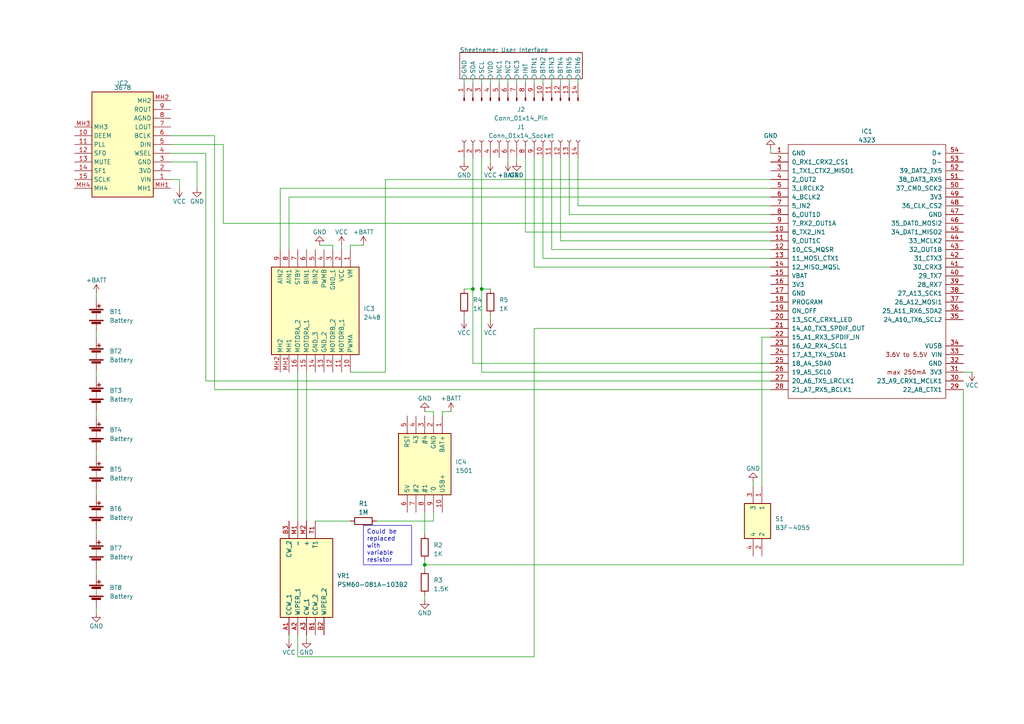
<source format=kicad_sch>
(kicad_sch (version 20230121) (generator eeschema)
  (paper "A4")
  (title_block (title "HapSynth") (date "2023-03-27") (rev "1.0") (comment 3 "Licence: MIT") (comment 4 "Author: Ville Helppolainen"))
  (lib_symbols
    (symbol "Connector:Conn_01x14_Pin" (pin_names (offset 1.016) hide)
      (property "Reference" "J" (at 0 17.78 0))
      (property "Value" "Conn_01x14_Pin" (at 0 -20.32 0))
      (symbol "Conn_01x14_Pin_1_1"
        (polyline (pts (xy 1.27 -17.78) (xy 0.8636 -17.78)) (stroke (width 0.1524)))
        (polyline (pts (xy 1.27 -15.24) (xy 0.8636 -15.24)) (stroke (width 0.1524)))
        (polyline (pts (xy 1.27 -12.7) (xy 0.8636 -12.7)) (stroke (width 0.1524)))
        (polyline (pts (xy 1.27 -10.16) (xy 0.8636 -10.16)) (stroke (width 0.1524)))
        (polyline (pts (xy 1.27 -7.62) (xy 0.8636 -7.62)) (stroke (width 0.1524)))
        (polyline (pts (xy 1.27 -5.08) (xy 0.8636 -5.08)) (stroke (width 0.1524)))
        (polyline (pts (xy 1.27 -2.54) (xy 0.8636 -2.54)) (stroke (width 0.1524)))
        (polyline (pts (xy 1.27 0) (xy 0.8636 0)) (stroke (width 0.1524)))
        (polyline (pts (xy 1.27 2.54) (xy 0.8636 2.54)) (stroke (width 0.1524)))
        (polyline (pts (xy 1.27 5.08) (xy 0.8636 5.08)) (stroke (width 0.1524)))
        (polyline (pts (xy 1.27 7.62) (xy 0.8636 7.62)) (stroke (width 0.1524)))
        (polyline (pts (xy 1.27 10.16) (xy 0.8636 10.16)) (stroke (width 0.1524)))
        (polyline (pts (xy 1.27 12.7) (xy 0.8636 12.7)) (stroke (width 0.1524)))
        (polyline (pts (xy 1.27 15.24) (xy 0.8636 15.24)) (stroke (width 0.1524)))
        (rectangle (start 0.8636 -17.653) (end 0 -17.907) (stroke (width 0.1524)) (fill (type outline)))
        (rectangle (start 0.8636 -15.113) (end 0 -15.367) (stroke (width 0.1524)) (fill (type outline)))
        (rectangle (start 0.8636 -12.573) (end 0 -12.827) (stroke (width 0.1524)) (fill (type outline)))
        (rectangle (start 0.8636 -10.033) (end 0 -10.287) (stroke (width 0.1524)) (fill (type outline)))
        (rectangle (start 0.8636 -7.493) (end 0 -7.747) (stroke (width 0.1524)) (fill (type outline)))
        (rectangle (start 0.8636 -4.953) (end 0 -5.207) (stroke (width 0.1524)) (fill (type outline)))
        (rectangle (start 0.8636 -2.413) (end 0 -2.667) (stroke (width 0.1524)) (fill (type outline)))
        (rectangle (start 0.8636 0.127) (end 0 -0.127) (stroke (width 0.1524)) (fill (type outline)))
        (rectangle (start 0.8636 2.667) (end 0 2.413) (stroke (width 0.1524)) (fill (type outline)))
        (rectangle (start 0.8636 5.207) (end 0 4.953) (stroke (width 0.1524)) (fill (type outline)))
        (rectangle (start 0.8636 7.747) (end 0 7.493) (stroke (width 0.1524)) (fill (type outline)))
        (rectangle (start 0.8636 10.287) (end 0 10.033) (stroke (width 0.1524)) (fill (type outline)))
        (rectangle (start 0.8636 12.827) (end 0 12.573) (stroke (width 0.1524)) (fill (type outline)))
        (rectangle (start 0.8636 15.367) (end 0 15.113) (stroke (width 0.1524)) (fill (type outline)))
        (pin passive line (at 5.08 15.24 180) (length 3.81) (name "Pin_1") (number "1"))
        (pin passive line (at 5.08 -7.62 180) (length 3.81) (name "Pin_10") (number "10"))
        (pin passive line (at 5.08 -10.16 180) (length 3.81) (name "Pin_11") (number "11"))
        (pin passive line (at 5.08 -12.7 180) (length 3.81) (name "Pin_12") (number "12"))
        (pin passive line (at 5.08 -15.24 180) (length 3.81) (name "Pin_13") (number "13"))
        (pin passive line (at 5.08 -17.78 180) (length 3.81) (name "Pin_14") (number "14"))
        (pin passive line (at 5.08 12.7 180) (length 3.81) (name "Pin_2") (number "2"))
        (pin passive line (at 5.08 10.16 180) (length 3.81) (name "Pin_3") (number "3"))
        (pin passive line (at 5.08 7.62 180) (length 3.81) (name "Pin_4") (number "4"))
        (pin passive line (at 5.08 5.08 180) (length 3.81) (name "Pin_5") (number "5"))
        (pin passive line (at 5.08 2.54 180) (length 3.81) (name "Pin_6") (number "6"))
        (pin passive line (at 5.08 0 180) (length 3.81) (name "Pin_7") (number "7"))
        (pin passive line (at 5.08 -2.54 180) (length 3.81) (name "Pin_8") (number "8"))
        (pin passive line (at 5.08 -5.08 180) (length 3.81) (name "Pin_9") (number "9"))
      )
    )
    (symbol "Connector:Conn_01x14_Socket" (pin_names (offset 1.016) hide)
      (property "Reference" "J" (at 0 17.78 0))
      (property "Value" "Conn_01x14_Socket" (at 0 -20.32 0))
      (symbol "Conn_01x14_Socket_1_1"
        (arc (start 0 -17.272) (mid -0.5058 -17.78) (end 0 -18.288) (stroke (width 0.1524)))
        (arc (start 0 -14.732) (mid -0.5058 -15.24) (end 0 -15.748) (stroke (width 0.1524)))
        (arc (start 0 -12.192) (mid -0.5058 -12.7) (end 0 -13.208) (stroke (width 0.1524)))
        (arc (start 0 -9.652) (mid -0.5058 -10.16) (end 0 -10.668) (stroke (width 0.1524)))
        (arc (start 0 -7.112) (mid -0.5058 -7.62) (end 0 -8.128) (stroke (width 0.1524)))
        (arc (start 0 -4.572) (mid -0.5058 -5.08) (end 0 -5.588) (stroke (width 0.1524)))
        (arc (start 0 -2.032) (mid -0.5058 -2.54) (end 0 -3.048) (stroke (width 0.1524)))
        (polyline (pts (xy -1.27 -17.78) (xy -0.508 -17.78)) (stroke (width 0.1524)))
        (polyline (pts (xy -1.27 -15.24) (xy -0.508 -15.24)) (stroke (width 0.1524)))
        (polyline (pts (xy -1.27 -12.7) (xy -0.508 -12.7)) (stroke (width 0.1524)))
        (polyline (pts (xy -1.27 -10.16) (xy -0.508 -10.16)) (stroke (width 0.1524)))
        (polyline (pts (xy -1.27 -7.62) (xy -0.508 -7.62)) (stroke (width 0.1524)))
        (polyline (pts (xy -1.27 -5.08) (xy -0.508 -5.08)) (stroke (width 0.1524)))
        (polyline (pts (xy -1.27 -2.54) (xy -0.508 -2.54)) (stroke (width 0.1524)))
        (polyline (pts (xy -1.27 0) (xy -0.508 0)) (stroke (width 0.1524)))
        (polyline (pts (xy -1.27 2.54) (xy -0.508 2.54)) (stroke (width 0.1524)))
        (polyline (pts (xy -1.27 5.08) (xy -0.508 5.08)) (stroke (width 0.1524)))
        (polyline (pts (xy -1.27 7.62) (xy -0.508 7.62)) (stroke (width 0.1524)))
        (polyline (pts (xy -1.27 10.16) (xy -0.508 10.16)) (stroke (width 0.1524)))
        (polyline (pts (xy -1.27 12.7) (xy -0.508 12.7)) (stroke (width 0.1524)))
        (polyline (pts (xy -1.27 15.24) (xy -0.508 15.24)) (stroke (width 0.1524)))
        (arc (start 0 0.508) (mid -0.5058 0) (end 0 -0.508) (stroke (width 0.1524)))
        (arc (start 0 3.048) (mid -0.5058 2.54) (end 0 2.032) (stroke (width 0.1524)))
        (arc (start 0 5.588) (mid -0.5058 5.08) (end 0 4.572) (stroke (width 0.1524)))
        (arc (start 0 8.128) (mid -0.5058 7.62) (end 0 7.112) (stroke (width 0.1524)))
        (arc (start 0 10.668) (mid -0.5058 10.16) (end 0 9.652) (stroke (width 0.1524)))
        (arc (start 0 13.208) (mid -0.5058 12.7) (end 0 12.192) (stroke (width 0.1524)))
        (arc (start 0 15.748) (mid -0.5058 15.24) (end 0 14.732) (stroke (width 0.1524)))
        (pin passive line (at -5.08 15.24 0) (length 3.81) (name "Pin_1") (number "1"))
        (pin passive line (at -5.08 -7.62 0) (length 3.81) (name "Pin_10") (number "10"))
        (pin passive line (at -5.08 -10.16 0) (length 3.81) (name "Pin_11") (number "11"))
        (pin passive line (at -5.08 -12.7 0) (length 3.81) (name "Pin_12") (number "12"))
        (pin passive line (at -5.08 -15.24 0) (length 3.81) (name "Pin_13") (number "13"))
        (pin passive line (at -5.08 -17.78 0) (length 3.81) (name "Pin_14") (number "14"))
        (pin passive line (at -5.08 12.7 0) (length 3.81) (name "Pin_2") (number "2"))
        (pin passive line (at -5.08 10.16 0) (length 3.81) (name "Pin_3") (number "3"))
        (pin passive line (at -5.08 7.62 0) (length 3.81) (name "Pin_4") (number "4"))
        (pin passive line (at -5.08 5.08 0) (length 3.81) (name "Pin_5") (number "5"))
        (pin passive line (at -5.08 2.54 0) (length 3.81) (name "Pin_6") (number "6"))
        (pin passive line (at -5.08 0 0) (length 3.81) (name "Pin_7") (number "7"))
        (pin passive line (at -5.08 -2.54 0) (length 3.81) (name "Pin_8") (number "8"))
        (pin passive line (at -5.08 -5.08 0) (length 3.81) (name "Pin_9") (number "9"))
      )
    )
    (symbol "Device:Battery" (pin_numbers hide) (pin_names (offset 0) hide)
      (property "Reference" "BT" (at 2.54 2.54 0))
      (property "Value" "Battery" (at 2.54 0 0))
      (symbol "Battery_0_1"
        (rectangle (start -2.032 -1.397) (end 2.032 -1.651) (fill (type outline)))
        (rectangle (start -2.032 1.778) (end 2.032 1.524) (fill (type outline)))
        (rectangle (start -1.3208 -1.9812) (end 1.27 -2.4892) (fill (type outline)))
        (rectangle (start -1.3208 1.1938) (end 1.27 0.6858) (fill (type outline)))
        (polyline (pts (xy 0 -1.524) (xy 0 -1.27)))
        (polyline (pts (xy 0 -1.016) (xy 0 -0.762)))
        (polyline (pts (xy 0 -0.508) (xy 0 -0.254)))
        (polyline (pts (xy 0 0) (xy 0 0.254)))
        (polyline (pts (xy 0 0.508) (xy 0 0.762)))
        (polyline (pts (xy 0 1.778) (xy 0 2.54)))
        (polyline (pts (xy 0.254 2.667) (xy 1.27 2.667)) (stroke (width 0.254)))
        (polyline (pts (xy 0.762 3.175) (xy 0.762 2.159)) (stroke (width 0.254)))
      )
      (symbol "Battery_1_1"
        (pin passive line (at 0 5.08 270) (length 2.54) (name "+") (number "1"))
        (pin passive line (at 0 -5.08 90) (length 2.54) (name "-") (number "2"))
      )
    )
    (symbol "Device:R" (pin_numbers hide) (pin_names (offset 0))
      (property "Reference" "R" (at 2.032 0 90))
      (property "Value" "R" (at 0 0 90))
      (symbol "R_0_1"
        (rectangle (start -1.016 -2.54) (end 1.016 2.54) (stroke (width 0.254)))
      )
      (symbol "R_1_1"
        (pin passive line (at 0 3.81 270) (length 1.27) (name "~") (number "1"))
        (pin passive line (at 0 -3.81 90) (length 1.27) (name "~") (number "2"))
      )
    )
    (symbol "SamacSys_Parts:1501"
      (property "Reference" "IC" (at 24.13 7.62 0))
      (property "Value" "1501" (at 24.13 5.08 0))
      (symbol "1501_1_1"
        (rectangle (start 5.08 2.54) (end 22.86 -12.7) (stroke (width 0.254)) (fill (type background)))
        (pin passive line (at 0 0 0) (length 5.08) (name "BAT+") (number "1"))
        (pin passive line (at 27.94 0 180) (length 5.08) (name "USB+") (number "10"))
        (pin passive line (at 0 -2.54 0) (length 5.08) (name "GND") (number "2"))
        (pin passive line (at 0 -5.08 0) (length 5.08) (name "#4") (number "3"))
        (pin passive line (at 0 -7.62 0) (length 5.08) (name "43") (number "4"))
        (pin passive line (at 0 -10.16 0) (length 5.08) (name "RST") (number "5"))
        (pin passive line (at 27.94 -10.16 180) (length 5.08) (name "5V") (number "6"))
        (pin passive line (at 27.94 -7.62 180) (length 5.08) (name "#2") (number "7"))
        (pin passive line (at 27.94 -5.08 180) (length 5.08) (name "#1") (number "8"))
        (pin passive line (at 27.94 -2.54 180) (length 5.08) (name "'0") (number "9"))
      )
    )
    (symbol "SamacSys_Parts:2448"
      (property "Reference" "IC" (at 31.75 7.62 0))
      (property "Value" "2448" (at 31.75 5.08 0))
      (symbol "2448_1_1"
        (rectangle (start 5.08 2.54) (end 30.48 -22.86) (stroke (width 0.254)) (fill (type background)))
        (pin passive line (at 0 0 0) (length 5.08) (name "VM") (number "1"))
        (pin passive line (at 35.56 0 180) (length 5.08) (name "PWMA") (number "10"))
        (pin passive line (at 35.56 -2.54 180) (length 5.08) (name "MOTORB_1") (number "11"))
        (pin passive line (at 35.56 -5.08 180) (length 5.08) (name "MOTORB_2") (number "12"))
        (pin passive line (at 35.56 -7.62 180) (length 5.08) (name "GND_2") (number "13"))
        (pin passive line (at 35.56 -10.16 180) (length 5.08) (name "GND_3") (number "14"))
        (pin passive line (at 35.56 -12.7 180) (length 5.08) (name "MOTORA_1") (number "15"))
        (pin passive line (at 35.56 -15.24 180) (length 5.08) (name "MOTORA_2") (number "16"))
        (pin passive line (at 0 -2.54 0) (length 5.08) (name "VCC") (number "2"))
        (pin passive line (at 0 -5.08 0) (length 5.08) (name "GND_1") (number "3"))
        (pin passive line (at 0 -7.62 0) (length 5.08) (name "PWMB") (number "4"))
        (pin passive line (at 0 -10.16 0) (length 5.08) (name "BIN2") (number "5"))
        (pin passive line (at 0 -12.7 0) (length 5.08) (name "BIN1") (number "6"))
        (pin passive line (at 0 -15.24 0) (length 5.08) (name "STBY") (number "7"))
        (pin passive line (at 0 -17.78 0) (length 5.08) (name "AIN1") (number "8"))
        (pin passive line (at 0 -20.32 0) (length 5.08) (name "AIN2") (number "9"))
        (pin passive line (at 35.56 -17.78 180) (length 5.08) (name "MH1") (number "MH1"))
        (pin passive line (at 35.56 -20.32 180) (length 5.08) (name "MH2") (number "MH2"))
      )
    )
    (symbol "SamacSys_Parts:3678"
      (property "Reference" "IC" (at 24.13 7.62 0))
      (property "Value" "3678" (at 24.13 5.08 0))
      (symbol "3678_1_1"
        (rectangle (start 5.08 2.54) (end 22.86 -27.94) (stroke (width 0.254)) (fill (type background)))
        (pin passive line (at 0 -2.54 0) (length 5.08) (name "VIN") (number "1"))
        (pin passive line (at 27.94 -15.24 180) (length 5.08) (name "DEEM") (number "10"))
        (pin passive line (at 27.94 -12.7 180) (length 5.08) (name "PLL") (number "11"))
        (pin passive line (at 27.94 -10.16 180) (length 5.08) (name "SF0") (number "12"))
        (pin passive line (at 27.94 -7.62 180) (length 5.08) (name "MUTE") (number "13"))
        (pin passive line (at 27.94 -5.08 180) (length 5.08) (name "SF1") (number "14"))
        (pin passive line (at 27.94 -2.54 180) (length 5.08) (name "SCLK") (number "15"))
        (pin passive line (at 0 -5.08 0) (length 5.08) (name "3VD") (number "2"))
        (pin passive line (at 0 -7.62 0) (length 5.08) (name "GND") (number "3"))
        (pin passive line (at 0 -10.16 0) (length 5.08) (name "WSEL") (number "4"))
        (pin passive line (at 0 -12.7 0) (length 5.08) (name "DIN") (number "5"))
        (pin passive line (at 0 -15.24 0) (length 5.08) (name "BCLK") (number "6"))
        (pin passive line (at 0 -17.78 0) (length 5.08) (name "LOUT") (number "7"))
        (pin passive line (at 0 -20.32 0) (length 5.08) (name "AGND") (number "8"))
        (pin passive line (at 0 -22.86 0) (length 5.08) (name "ROUT") (number "9"))
        (pin passive line (at 0 0 0) (length 5.08) (name "MH1") (number "MH1"))
        (pin passive line (at 0 -25.4 0) (length 5.08) (name "MH2") (number "MH2"))
        (pin passive line (at 27.94 -17.78 180) (length 5.08) (name "MH3") (number "MH3"))
        (pin passive line (at 27.94 0 180) (length 5.08) (name "MH4") (number "MH4"))
      )
    )
    (symbol "SamacSys_Parts:B3F-4055"
      (property "Reference" "S" (at 16.51 7.62 0))
      (property "Value" "B3F-4055" (at 16.51 5.08 0))
      (symbol "B3F-4055_1_1"
        (rectangle (start 5.08 2.54) (end 15.24 -5.08) (stroke (width 0.254)) (fill (type background)))
        (pin passive line (at 20.32 -2.54 180) (length 5.08) (name "1") (number "1"))
        (pin passive line (at 0 -2.54 0) (length 5.08) (name "2") (number "2"))
        (pin passive line (at 20.32 0 180) (length 5.08) (name "3") (number "3"))
        (pin passive line (at 0 0 0) (length 5.08) (name "4") (number "4"))
      )
    )
    (symbol "SamacSys_Parts:PSM60-081A-103B2"
      (property "Reference" "VR" (at 29.21 7.62 0))
      (property "Value" "PSM60-081A-103B2" (at 29.21 5.08 0))
      (symbol "PSM60-081A-103B2_1_1"
        (rectangle (start 5.08 2.54) (end 27.94 -12.7) (stroke (width 0.254)) (fill (type background)))
        (pin passive line (at 0 0 0) (length 5.08) (name "CCW_1") (number "A1"))
        (pin passive line (at 0 -2.54 0) (length 5.08) (name "WIPER_1") (number "A2"))
        (pin passive line (at 0 -5.08 0) (length 5.08) (name "CW_1") (number "A3"))
        (pin passive line (at 0 -7.62 0) (length 5.08) (name "CCW_2") (number "B1"))
        (pin passive line (at 0 -10.16 0) (length 5.08) (name "WIPER_2") (number "B2"))
        (pin passive line (at 33.02 0 180) (length 5.08) (name "CW_2") (number "B3"))
        (pin passive line (at 33.02 -2.54 180) (length 5.08) (name "-") (number "M1"))
        (pin passive line (at 33.02 -5.08 180) (length 5.08) (name "+") (number "M2"))
        (pin passive line (at 33.02 -7.62 180) (length 5.08) (name "T1") (number "T1"))
      )
    )
    (symbol "power:+BATT" (power) (pin_names (offset 0))
      (property "Value" "+BATT" (at 0 3.556 0))
      (symbol "+BATT_0_1"
        (polyline (pts (xy -0.762 1.27) (xy 0 2.54)))
        (polyline (pts (xy 0 0) (xy 0 2.54)))
        (polyline (pts (xy 0 2.54) (xy 0.762 1.27)))
      )
      (symbol "+BATT_1_1"
        (pin power_in line (at 0 0 90) (length 0) hide (name "+BATT") (number "1"))
      )
    )
    (symbol "power:GND" (power) (pin_names (offset 0))
      (property "Value" "GND" (at 0 -3.81 0))
      (symbol "GND_0_1"
        (polyline (pts (xy 0 0) (xy 0 -1.27) (xy 1.27 -1.27) (xy 0 -2.54) (xy -1.27 -1.27) (xy 0 -1.27)))
      )
      (symbol "GND_1_1"
        (pin power_in line (at 0 0 270) (length 0) hide (name "GND") (number "1"))
      )
    )
    (symbol "power:VCC" (power) (pin_names (offset 0))
      (property "Value" "VCC" (at 0 3.81 0))
      (symbol "VCC_0_1"
        (polyline (pts (xy -0.762 1.27) (xy 0 2.54)))
        (polyline (pts (xy 0 0) (xy 0 2.54)))
        (polyline (pts (xy 0 2.54) (xy 0.762 1.27)))
      )
      (symbol "VCC_1_1"
        (pin power_in line (at 0 0 90) (length 0) hide (name "VCC") (number "1"))
      )
    )
    (symbol "teensy:Teensy4.0" (pin_names (offset 1.016))
      (property "Reference" "U" (at 0 39.37 0))
      (property "Value" "Teensy4.0" (at 0 -39.37 0))
      (symbol "Teensy4.0_0_0"
        (text "3.6V to 5.5V" (at 11.43 -24.13 0) (effects (font (size 1.27 1.27))))
        (text "max 250mA" (at 11.43 -29.21 0) (effects (font (size 1.27 1.27))))
        (pin bidirectional line (at -27.94 11.43 0) (length 5.08) (name "8_TX2_IN1") (number "10"))
        (pin bidirectional line (at -27.94 8.89 0) (length 5.08) (name "9_OUT1C") (number "11"))
        (pin bidirectional line (at -27.94 6.35 0) (length 5.08) (name "10_CS_MQSR") (number "12"))
        (pin bidirectional line (at -27.94 3.81 0) (length 5.08) (name "11_MOSI_CTX1") (number "13"))
        (pin bidirectional line (at -27.94 1.27 0) (length 5.08) (name "12_MISO_MQSL") (number "14"))
        (pin power_in line (at -27.94 -1.27 0) (length 5.08) (name "VBAT") (number "15"))
        (pin power_in line (at -27.94 -3.81 0) (length 5.08) (name "3V3") (number "16"))
        (pin power_in line (at -27.94 -6.35 0) (length 5.08) (name "GND") (number "17"))
        (pin input line (at -27.94 -8.89 0) (length 5.08) (name "PROGRAM") (number "18"))
        (pin input line (at -27.94 -11.43 0) (length 5.08) (name "ON_OFF") (number "19"))
        (pin bidirectional line (at -27.94 -13.97 0) (length 5.08) (name "13_SCK_CRX1_LED") (number "20"))
        (pin bidirectional line (at -27.94 -16.51 0) (length 5.08) (name "14_A0_TX3_SPDIF_OUT") (number "21"))
        (pin bidirectional line (at -27.94 -19.05 0) (length 5.08) (name "15_A1_RX3_SPDIF_IN") (number "22"))
        (pin bidirectional line (at -27.94 -21.59 0) (length 5.08) (name "16_A2_RX4_SCL1") (number "23"))
        (pin bidirectional line (at -27.94 -24.13 0) (length 5.08) (name "17_A3_TX4_SDA1") (number "24"))
        (pin bidirectional line (at -27.94 -26.67 0) (length 5.08) (name "18_A4_SDA0") (number "25"))
        (pin bidirectional line (at -27.94 -29.21 0) (length 5.08) (name "19_A5_SCL0") (number "26"))
        (pin bidirectional line (at -27.94 -31.75 0) (length 5.08) (name "20_A6_TX5_LRCLK1") (number "27"))
        (pin bidirectional line (at -27.94 -34.29 0) (length 5.08) (name "21_A7_RX5_BCLK1") (number "28"))
        (pin bidirectional line (at 27.94 -34.29 180) (length 5.08) (name "22_A8_CTX1") (number "29"))
        (pin bidirectional line (at 27.94 -31.75 180) (length 5.08) (name "23_A9_CRX1_MCLK1") (number "30"))
        (pin power_out line (at 27.94 -29.21 180) (length 5.08) (name "3V3") (number "31"))
        (pin power_in line (at 27.94 -26.67 180) (length 5.08) (name "GND") (number "32"))
        (pin power_in line (at 27.94 -24.13 180) (length 5.08) (name "VIN") (number "33"))
        (pin power_out line (at 27.94 -21.59 180) (length 5.08) (name "VUSB") (number "34"))
        (pin bidirectional line (at 27.94 -13.97 180) (length 5.08) (name "24_A10_TX6_SCL2") (number "35"))
        (pin bidirectional line (at 27.94 -11.43 180) (length 5.08) (name "25_A11_RX6_SDA2") (number "36"))
        (pin bidirectional line (at 27.94 -8.89 180) (length 5.08) (name "26_A12_MOSI1") (number "37"))
        (pin bidirectional line (at 27.94 -6.35 180) (length 5.08) (name "27_A13_SCK1") (number "38"))
        (pin bidirectional line (at 27.94 -3.81 180) (length 5.08) (name "28_RX7") (number "39"))
        (pin bidirectional line (at 27.94 -1.27 180) (length 5.08) (name "29_TX7") (number "40"))
        (pin bidirectional line (at 27.94 1.27 180) (length 5.08) (name "30_CRX3") (number "41"))
        (pin bidirectional line (at 27.94 3.81 180) (length 5.08) (name "31_CTX3") (number "42"))
        (pin bidirectional line (at 27.94 6.35 180) (length 5.08) (name "32_OUT1B") (number "43"))
        (pin bidirectional line (at 27.94 8.89 180) (length 5.08) (name "33_MCLK2") (number "44"))
        (pin bidirectional line (at 27.94 11.43 180) (length 5.08) (name "34_DAT1_MISO2") (number "45"))
        (pin bidirectional line (at 27.94 13.97 180) (length 5.08) (name "35_DAT0_MOSI2") (number "46"))
        (pin power_out line (at 27.94 16.51 180) (length 5.08) (name "GND") (number "47"))
        (pin bidirectional line (at 27.94 19.05 180) (length 5.08) (name "36_CLK_CS2") (number "48"))
        (pin power_out line (at 27.94 21.59 180) (length 5.08) (name "3V3") (number "49"))
        (pin bidirectional line (at -27.94 24.13 0) (length 5.08) (name "3_LRCLK2") (number "5"))
        (pin bidirectional line (at 27.94 24.13 180) (length 5.08) (name "37_CMD_SCK2") (number "50"))
        (pin bidirectional line (at 27.94 26.67 180) (length 5.08) (name "38_DAT3_RX5") (number "51"))
        (pin bidirectional line (at 27.94 29.21 180) (length 5.08) (name "39_DAT2_TX5") (number "52"))
        (pin bidirectional line (at 27.94 31.75 180) (length 5.08) (name "D-") (number "53"))
        (pin bidirectional line (at 27.94 34.29 180) (length 5.08) (name "D+") (number "54"))
        (pin bidirectional line (at -27.94 21.59 0) (length 5.08) (name "4_BCLK2") (number "6"))
        (pin bidirectional line (at -27.94 19.05 0) (length 5.08) (name "5_IN2") (number "7"))
        (pin bidirectional line (at -27.94 16.51 0) (length 5.08) (name "6_OUT1D") (number "8"))
        (pin bidirectional line (at -27.94 13.97 0) (length 5.08) (name "7_RX2_OUT1A") (number "9"))
      )
      (symbol "Teensy4.0_0_1"
        (rectangle (start -22.86 36.83) (end 22.86 -36.83))
        (rectangle (start -20.32 -31.75) (end -20.32 -31.75))
      )
      (symbol "Teensy4.0_1_1"
        (pin power_in line (at -27.94 34.29 0) (length 5.08) (name "GND") (number "1"))
        (pin bidirectional line (at -27.94 31.75 0) (length 5.08) (name "0_RX1_CRX2_CS1") (number "2"))
        (pin bidirectional line (at -27.94 29.21 0) (length 5.08) (name "1_TX1_CTX2_MISO1") (number "3"))
        (pin bidirectional line (at -27.94 26.67 0) (length 5.08) (name "2_OUT2") (number "4"))
      )
    )
  )
  (junction (at 137.16 83.82))
  (junction (at 139.7 83.82))
  (junction (at 123.19 163.83))
  (wire (pts (xy 154.94 22.86) (xy 154.94 24.13)))
  (wire (pts (xy 152.4 22.86) (xy 152.4 24.13)))
  (wire (pts (xy 223.52 107.95) (xy 139.7 107.95)))
  (wire (pts (xy 83.82 57.15) (xy 83.82 72.39)))
  (wire (pts (xy 81.28 54.61) (xy 223.52 54.61)))
  (wire (pts (xy 223.52 105.41) (xy 137.16 105.41)))
  (wire (pts (xy 64.77 41.91) (xy 64.77 64.77)))
  (wire (pts (xy 49.53 41.91) (xy 64.77 41.91)))
  (wire (pts (xy 88.9 107.95) (xy 88.9 151.13)))
  (wire (pts (xy 52.07 54.61) (xy 52.07 52.07)))
  (wire (pts (xy 152.4 45.72) (xy 152.4 67.31)))
  (wire (pts (xy 154.94 77.47) (xy 154.94 45.72)))
  (wire (pts (xy 142.24 91.44) (xy 142.24 92.71)))
  (wire (pts (xy 27.94 165.1) (xy 27.94 166.37)))
  (wire (pts (xy 162.56 22.86) (xy 162.56 24.13)))
  (wire (pts (xy 157.48 74.93) (xy 157.48 45.72)))
  (wire (pts (xy 160.02 72.39) (xy 160.02 45.72)))
  (wire (pts (xy 101.6 71.12) (xy 101.6 72.39)))
  (wire (pts (xy 109.22 151.13) (xy 125.73 151.13)))
  (wire (pts (xy 111.76 107.95) (xy 101.6 107.95)))
  (wire (pts (xy 27.94 130.81) (xy 27.94 132.08)))
  (wire (pts (xy 147.32 22.86) (xy 147.32 24.13)))
  (wire (pts (xy 137.16 45.72) (xy 137.16 83.82)))
  (wire (pts (xy 59.69 110.49) (xy 223.52 110.49)))
  (wire (pts (xy 223.52 62.23) (xy 165.1 62.23)))
  (wire (pts (xy 57.15 54.61) (xy 57.15 46.99)))
  (wire (pts (xy 223.52 74.93) (xy 157.48 74.93)))
  (wire (pts (xy 27.94 153.67) (xy 27.94 154.94)))
  (wire (pts (xy 83.82 57.15) (xy 223.52 57.15)))
  (wire (pts (xy 157.48 22.86) (xy 157.48 24.13)))
  (wire (pts (xy 111.76 52.07) (xy 111.76 107.95)))
  (wire (pts (xy 279.4 107.95) (xy 281.94 107.95)))
  (wire (pts (xy 27.94 119.38) (xy 27.94 120.65)))
  (wire (pts (xy 218.44 139.7) (xy 218.44 140.97)))
  (wire (pts (xy 142.24 22.86) (xy 142.24 24.13)))
  (wire (pts (xy 123.19 172.72) (xy 123.19 173.99)))
  (wire (pts (xy 223.52 69.85) (xy 162.56 69.85)))
  (wire (pts (xy 83.82 184.15) (xy 83.82 185.42)))
  (wire (pts (xy 101.6 71.12) (xy 105.41 71.12)))
  (wire (pts (xy 220.98 97.79) (xy 220.98 140.97)))
  (wire (pts (xy 139.7 45.72) (xy 139.7 83.82)))
  (wire (pts (xy 149.86 22.86) (xy 149.86 24.13)))
  (wire (pts (xy 49.53 39.37) (xy 62.23 39.37)))
  (wire (pts (xy 27.94 85.09) (xy 27.94 86.36)))
  (wire (pts (xy 142.24 45.72) (xy 142.24 46.99)))
  (wire (pts (xy 149.86 45.72) (xy 149.86 46.99)))
  (wire (pts (xy 81.28 54.61) (xy 81.28 72.39)))
  (wire (pts (xy 59.69 44.45) (xy 59.69 110.49)))
  (wire (pts (xy 223.52 59.69) (xy 167.64 59.69)))
  (wire (pts (xy 165.1 22.86) (xy 165.1 24.13)))
  (wire (pts (xy 27.94 96.52) (xy 27.94 97.79)))
  (wire (pts (xy 167.64 59.69) (xy 167.64 45.72)))
  (wire (pts (xy 52.07 52.07) (xy 49.53 52.07)))
  (wire (pts (xy 27.94 142.24) (xy 27.94 143.51)))
  (wire (pts (xy 147.32 45.72) (xy 147.32 46.99)))
  (wire (pts (xy 165.1 62.23) (xy 165.1 45.72)))
  (wire (pts (xy 128.27 119.38) (xy 130.81 119.38)))
  (wire (pts (xy 62.23 113.03) (xy 223.52 113.03)))
  (wire (pts (xy 279.4 113.03) (xy 279.4 163.83)))
  (wire (pts (xy 49.53 44.45) (xy 59.69 44.45)))
  (wire (pts (xy 223.52 67.31) (xy 152.4 67.31)))
  (wire (pts (xy 154.94 95.25) (xy 223.52 95.25)))
  (wire (pts (xy 154.94 190.5) (xy 154.94 95.25)))
  (wire (pts (xy 86.36 190.5) (xy 154.94 190.5)))
  (wire (pts (xy 134.62 91.44) (xy 134.62 92.71)))
  (wire (pts (xy 134.62 83.82) (xy 137.16 83.82)))
  (wire (pts (xy 27.94 176.53) (xy 27.94 177.8)))
  (wire (pts (xy 123.19 163.83) (xy 279.4 163.83)))
  (wire (pts (xy 27.94 107.95) (xy 27.94 109.22)))
  (wire (pts (xy 86.36 184.15) (xy 86.36 190.5)))
  (wire (pts (xy 223.52 72.39) (xy 160.02 72.39)))
  (wire (pts (xy 128.27 119.38) (xy 128.27 120.65)))
  (wire (pts (xy 96.52 71.12) (xy 96.52 72.39)))
  (wire (pts (xy 162.56 69.85) (xy 162.56 45.72)))
  (wire (pts (xy 125.73 119.38) (xy 123.19 119.38)))
  (wire (pts (xy 64.77 64.77) (xy 223.52 64.77)))
  (wire (pts (xy 88.9 184.15) (xy 88.9 185.42)))
  (wire (pts (xy 123.19 162.56) (xy 123.19 163.83)))
  (wire (pts (xy 123.19 148.59) (xy 123.19 154.94)))
  (wire (pts (xy 139.7 22.86) (xy 139.7 24.13)))
  (wire (pts (xy 91.44 151.13) (xy 101.6 151.13)))
  (wire (pts (xy 223.52 97.79) (xy 220.98 97.79)))
  (wire (pts (xy 125.73 119.38) (xy 125.73 120.65)))
  (wire (pts (xy 167.64 22.86) (xy 167.64 24.13)))
  (wire (pts (xy 99.06 72.39) (xy 99.06 71.12)))
  (wire (pts (xy 139.7 83.82) (xy 142.24 83.82)))
  (wire (pts (xy 137.16 83.82) (xy 137.16 105.41)))
  (wire (pts (xy 139.7 83.82) (xy 139.7 107.95)))
  (wire (pts (xy 137.16 22.86) (xy 137.16 24.13)))
  (wire (pts (xy 62.23 39.37) (xy 62.23 113.03)))
  (wire (pts (xy 86.36 107.95) (xy 86.36 151.13)))
  (wire (pts (xy 223.52 52.07) (xy 111.76 52.07)))
  (wire (pts (xy 160.02 22.86) (xy 160.02 24.13)))
  (wire (pts (xy 134.62 45.72) (xy 134.62 46.99)))
  (wire (pts (xy 57.15 46.99) (xy 49.53 46.99)))
  (wire (pts (xy 96.52 71.12) (xy 92.71 71.12)))
  (wire (pts (xy 125.73 151.13) (xy 125.73 148.59)))
  (wire (pts (xy 223.52 43.18) (xy 223.52 44.45)))
  (wire (pts (xy 123.19 163.83) (xy 123.19 165.1)))
  (wire (pts (xy 144.78 22.86) (xy 144.78 24.13)))
  (wire (pts (xy 223.52 77.47) (xy 154.94 77.47)))
  (wire (pts (xy 134.62 22.86) (xy 134.62 24.13)))
  (text_box "Could be replaced with variable resistor" (at 105.41 152.4 0) (size 13.97 11.43) (effects (font (size 1.27 1.27)) (justify left top)))
  (symbol (lib_id "Device:R") (at 134.62 87.63 180) (unit 1)
    (property "Reference" "R4" (at 137.16 86.995 0) (effects (justify right)))
    (property "Value" "1K" (at 137.16 89.535 0) (effects (justify right)))
    (property "Footprint" "Resistor_THT:R_Axial_DIN0207_L6.3mm_D2.5mm_P10.16mm_Horizontal" (effects hide))
  )
  (symbol (lib_id "Device:Battery") (at 27.94 160.02 0) (unit 1)
    (property "Reference" "BT7" (at 31.75 159.004 0) (effects (justify left)))
    (property "Value" "Battery" (at 31.75 161.544 0) (effects (justify left)))
  )
  (symbol (lib_id "Device:R") (at 142.24 87.63 180) (unit 1)
    (property "Reference" "R5" (at 144.78 86.995 0) (effects (justify right)))
    (property "Value" "1K" (at 144.78 89.535 0) (effects (justify right)))
    (property "Footprint" "Resistor_THT:R_Axial_DIN0207_L6.3mm_D2.5mm_P10.16mm_Horizontal" (effects hide))
  )
  (symbol (lib_id "power:GND") (at 123.19 173.99 0) (unit 1)
    (property "Reference" "#PWR09" (effects hide))
    (property "Value" "GND" (at 123.19 177.8 0))
  )
  (symbol (lib_id "power:VCC") (at 83.82 185.42 180) (unit 1)
    (property "Reference" "#PWR05" (effects hide))
    (property "Value" "VCC" (at 83.82 189.23 0))
  )
  (symbol (lib_id "Device:Battery") (at 27.94 102.87 0) (unit 1)
    (property "Reference" "BT2" (at 31.75 101.854 0) (effects (justify left)))
    (property "Value" "Battery" (at 31.75 104.394 0) (effects (justify left)))
  )
  (symbol (lib_id "SamacSys_Parts:2448") (at 101.6 72.39 270) (unit 1)
    (property "Reference" "IC3" (at 105.41 89.535 90) (effects (justify left)))
    (property "Value" "2448" (at 105.41 92.075 90) (effects (justify left)))
    (property "Footprint" "SamacSys_Parts:2448" (effects hide))
    (property "Datasheet" "https://learn.adafruit.com/downloads/pdf/adafruit-tb6612-h-bridge-dc-stepper-motor-driver-breakout.pdf" (effects hide))
    (property "Height" "3" (effects hide))
    (property "Mouser Part Number" "485-2448" (effects hide))
    (property "Mouser Price/Stock" "https://www.mouser.co.uk/ProductDetail/Adafruit/2448?qs=GURawfaeGuCkWVI5OMiFVg%3D%3D" (effects hide))
    (property "Manufacturer_Name" "Adafruit" (effects hide))
    (property "Manufacturer_Part_Number" "2448" (effects hide))
  )
  (symbol (lib_id "power:GND") (at 223.52 43.18 180) (unit 1)
    (property "Reference" "#PWR011" (effects hide))
    (property "Value" "GND" (at 223.52 39.37 0))
  )
  (symbol (lib_id "power:GND") (at 149.86 46.99 0) (unit 1)
    (property "Reference" "#PWR046" (effects hide))
    (property "Value" "GND" (at 149.86 50.8 0))
  )
  (symbol (lib_id "power:VCC") (at 134.62 92.71 180) (unit 1)
    (property "Reference" "#PWR047" (effects hide))
    (property "Value" "VCC" (at 134.62 96.52 0))
  )
  (symbol (lib_id "power:GND") (at 123.19 119.38 180) (unit 1)
    (property "Reference" "#PWR07" (effects hide))
    (property "Value" "GND" (at 123.19 115.57 0))
  )
  (symbol (lib_id "teensy:Teensy4.0") (at 251.46 78.74 0) (unit 1)
    (property "Reference" "IC1" (at 251.46 38.1 0))
    (property "Value" "4323" (at 251.46 40.64 0))
    (property "Footprint" "teensy:Teensy40-simple" (effects hide))
    (property "Datasheet" "https://cdn-shop.adafruit.com/product-files/4323/4323_teensy4.0.png" (effects hide))
    (property "Mouser Part Number" "485-4323" (effects hide))
    (property "Manufacturer_Name" "Adafruit" (effects hide))
    (property "Manufacturer_Part_Number" "4323" (effects hide))
  )
  (symbol (lib_id "power:GND") (at 57.15 54.61 0) (unit 1)
    (property "Reference" "#PWR01" (effects hide))
    (property "Value" "GND" (at 57.15 58.42 0))
  )
  (symbol (lib_id "power:+BATT") (at 27.94 85.09 0) (unit 1)
    (property "Reference" "#PWR014" (effects hide))
    (property "Value" "+BATT" (at 27.94 81.28 0))
  )
  (symbol (lib_id "SamacSys_Parts:1501") (at 128.27 120.65 270) (unit 1)
    (property "Reference" "IC4" (at 132.08 133.985 90) (effects (justify left)))
    (property "Value" "1501" (at 132.08 136.525 90) (effects (justify left)))
    (property "Footprint" "SamacSys_Parts:1501" (effects hide))
    (property "Datasheet" "https://learn.adafruit.com/introducing-trinket" (effects hide))
    (property "Mouser Part Number" "485-1501" (effects hide))
    (property "Mouser Price/Stock" "https://www.mouser.co.uk/ProductDetail/Adafruit/1501?qs=GURawfaeGuApEwtfdnWm9A%3D%3D" (effects hide))
    (property "Manufacturer_Name" "Adafruit" (effects hide))
    (property "Manufacturer_Part_Number" "1501" (effects hide))
  )
  (symbol (lib_id "power:VCC") (at 52.07 54.61 180) (unit 1)
    (property "Reference" "#PWR03" (effects hide))
    (property "Value" "VCC" (at 52.07 58.42 0))
  )
  (symbol (lib_id "power:GND") (at 27.94 177.8 0) (unit 1)
    (property "Reference" "#PWR013" (effects hide))
    (property "Value" "GND" (at 27.94 181.61 0))
  )
  (symbol (lib_id "Device:Battery") (at 27.94 171.45 0) (unit 1)
    (property "Reference" "BT8" (at 31.75 170.434 0) (effects (justify left)))
    (property "Value" "Battery" (at 31.75 172.974 0) (effects (justify left)))
  )
  (symbol (lib_id "Device:Battery") (at 27.94 125.73 0) (unit 1)
    (property "Reference" "BT4" (at 31.75 124.714 0) (effects (justify left)))
    (property "Value" "Battery" (at 31.75 127.254 0) (effects (justify left)))
  )
  (symbol (lib_id "Device:R") (at 105.41 151.13 90) (unit 1)
    (property "Reference" "R1" (at 105.41 146.05 90))
    (property "Value" "1M" (at 105.41 148.59 90))
    (property "Footprint" "Resistor_THT:R_Axial_DIN0207_L6.3mm_D2.5mm_P10.16mm_Horizontal" (effects hide))
  )
  (symbol (lib_id "SamacSys_Parts:PSM60-081A-103B2") (at 83.82 184.15 90) (unit 1)
    (property "Reference" "VR1" (at 97.79 167.005 90) (effects (justify right)))
    (property "Value" "PSM60-081A-103B2" (at 97.79 169.545 90) (effects (justify right)))
    (property "Footprint" "SamacSys_Parts:PSM60081A103B2" (effects hide))
    (property "Datasheet" "https://www.bourns.com/docs/Product-Datasheets/psm.pdf" (effects hide))
    (property "Height" "13" (effects hide))
    (property "Mouser Part Number" "652-PSM60-081A-103B2" (effects hide))
    (property "Mouser Price/Stock" "https://www.mouser.co.uk/ProductDetail/Bourns/PSM60-081A-103B2?qs=sErY3DeL0TjY3%252B3c4WNBmQ%3D%3D" (effects hide))
    (property "Manufacturer_Name" "Bourns" (effects hide))
    (property "Manufacturer_Part_Number" "PSM60-081A-103B2" (effects hide))
  )
  (symbol (lib_id "power:GND") (at 218.44 139.7 180) (unit 1)
    (property "Reference" "#PWR010" (effects hide))
    (property "Value" "GND" (at 218.44 135.89 0))
  )
  (symbol (lib_id "power:+BATT") (at 147.32 46.99 180) (unit 1)
    (property "Reference" "#PWR045" (effects hide))
    (property "Value" "+BATT" (at 147.32 50.8 0))
  )
  (symbol (lib_id "SamacSys_Parts:B3F-4055") (at 218.44 161.29 90) (unit 1)
    (property "Reference" "S1" (at 224.79 150.495 90) (effects (justify right)))
    (property "Value" "B3F-4055" (at 224.79 153.035 90) (effects (justify right)))
    (property "Footprint" "SamacSys_Parts:B3F-4055-bent" (effects hide))
    (property "Datasheet" "https://www.omron.com/ecb/products/pdf/en-b3f.pdf" (effects hide))
    (property "Mouser Part Number" "653-B3F-4055" (effects hide))
    (property "Mouser Price/Stock" "https://www.mouser.co.uk/ProductDetail/Omron-Electronics/B3F-4055?qs=B3tblJ0Nlt%2FdFVcSHGFuxQ%3D%3D" (effects hide))
    (property "Manufacturer_Name" "Omron Electronics" (effects hide))
    (property "Manufacturer_Part_Number" "B3F-4055" (effects hide))
  )
  (symbol (lib_id "Device:Battery") (at 27.94 148.59 0) (unit 1)
    (property "Reference" "BT6" (at 31.75 147.574 0) (effects (justify left)))
    (property "Value" "Battery" (at 31.75 150.114 0) (effects (justify left)))
  )
  (symbol (lib_id "Device:R") (at 123.19 158.75 180) (unit 1)
    (property "Reference" "R2" (at 125.73 158.115 0) (effects (justify right)))
    (property "Value" "1K" (at 125.73 160.655 0) (effects (justify right)))
    (property "Footprint" "Resistor_THT:R_Axial_DIN0207_L6.3mm_D2.5mm_P10.16mm_Horizontal" (effects hide))
  )
  (symbol (lib_id "power:+BATT") (at 105.41 71.12 0) (unit 1)
    (property "Reference" "#PWR044" (effects hide))
    (property "Value" "+BATT" (at 105.41 67.31 0))
  )
  (symbol (lib_id "Device:Battery") (at 27.94 91.44 0) (unit 1)
    (property "Reference" "BT1" (at 31.75 90.424 0) (effects (justify left)))
    (property "Value" "Battery" (at 31.75 92.964 0) (effects (justify left)))
  )
  (symbol (lib_id "Connector:Conn_01x14_Pin") (at 149.86 29.21 90) (unit 1)
    (property "Reference" "J2" (at 151.13 31.75 90))
    (property "Value" "Conn_01x14_Pin" (at 151.13 34.29 90))
    (property "Footprint" "Connector_PinSocket_2.54mm:PinSocket_1x14_P2.54mm_Vertical" (effects hide))
  )
  (symbol (lib_id "power:GND") (at 92.71 71.12 180) (unit 1)
    (property "Reference" "#PWR04" (effects hide))
    (property "Value" "GND" (at 92.71 67.31 0))
  )
  (symbol (lib_id "Device:R") (at 123.19 168.91 0) (unit 1)
    (property "Reference" "R3" (at 125.73 168.275 0) (effects (justify left)))
    (property "Value" "1.5K" (at 125.73 170.815 0) (effects (justify left)))
    (property "Footprint" "Resistor_THT:R_Axial_DIN0207_L6.3mm_D2.5mm_P10.16mm_Horizontal" (effects hide))
  )
  (symbol (lib_id "power:GND") (at 134.62 46.99 0) (unit 1)
    (property "Reference" "#PWR021" (effects hide))
    (property "Value" "GND" (at 134.62 50.8 0))
  )
  (symbol (lib_id "Connector:Conn_01x14_Socket") (at 149.86 40.64 90) (unit 1)
    (property "Reference" "J1" (at 151.13 36.83 90))
    (property "Value" "Conn_01x14_Socket" (at 151.13 39.37 90))
    (property "Footprint" "Connector_PinSocket_2.54mm:PinSocket_1x14_P2.54mm_Vertical" (effects hide))
  )
  (symbol (lib_id "Device:Battery") (at 27.94 137.16 0) (unit 1)
    (property "Reference" "BT5" (at 31.75 136.144 0) (effects (justify left)))
    (property "Value" "Battery" (at 31.75 138.684 0) (effects (justify left)))
  )
  (symbol (lib_id "power:VCC") (at 142.24 92.71 180) (unit 1)
    (property "Reference" "#PWR048" (effects hide))
    (property "Value" "VCC" (at 142.24 96.52 0))
  )
  (symbol (lib_id "power:VCC") (at 281.94 107.95 180) (unit 1)
    (property "Reference" "#PWR012" (effects hide))
    (property "Value" "VCC" (at 281.94 111.76 0))
  )
  (symbol (lib_id "SamacSys_Parts:3678") (at 49.53 54.61 180) (unit 1)
    (property "Reference" "IC2" (at 35.56 24.13 0))
    (property "Value" "3678" (at 35.56 25.4 0))
    (property "Footprint" "SamacSys_Parts:3678" (effects hide))
    (property "Datasheet" "https://cdn-learn.adafruit.com/downloads/pdf/adafruit-i2s-stereo-decoder-uda1334a.pdf" (effects hide))
    (property "Height" "7.1" (effects hide))
    (property "Mouser Part Number" "485-3678" (effects hide))
    (property "Mouser Price/Stock" "https://www.mouser.co.uk/ProductDetail/Adafruit/3678?qs=W0yvOO0ixfEeEgy1riJcig%3D%3D" (effects hide))
    (property "Manufacturer_Name" "Adafruit" (effects hide))
    (property "Manufacturer_Part_Number" "3678" (effects hide))
  )
  (symbol (lib_id "power:+BATT") (at 130.81 119.38 0) (unit 1)
    (property "Reference" "#PWR08" (effects hide))
    (property "Value" "+BATT" (at 130.81 115.57 0))
  )
  (symbol (lib_id "power:GND") (at 88.9 185.42 0) (unit 1)
    (property "Reference" "#PWR06" (effects hide))
    (property "Value" "GND" (at 88.9 189.23 0))
  )
  (symbol (lib_id "Device:Battery") (at 27.94 114.3 0) (unit 1)
    (property "Reference" "BT3" (at 31.75 113.284 0) (effects (justify left)))
    (property "Value" "Battery" (at 31.75 115.824 0) (effects (justify left)))
  )
  (symbol (lib_id "power:VCC") (at 99.06 71.12 0) (unit 1)
    (property "Reference" "#PWR02" (effects hide))
    (property "Value" "VCC" (at 99.06 67.31 0))
  )
  (symbol (lib_id "power:VCC") (at 142.24 46.99 180) (unit 1)
    (property "Reference" "#PWR022" (effects hide))
    (property "Value" "VCC" (at 142.24 50.8 0))
  )
  (sheet (at 133.35 15.24) (size 35.56 7.62) (stroke (width 0.1524))
    (property "Sheetname" "User Interface" (at 133.35 15.24 0) (show_name) (effects (justify left bottom)))
    (property "Sheetfile" "user-interface.kicad_sch" (effects hide))
    (pin "GND" input (at 134.62 22.86 270))
    (pin "SDA" input (at 137.16 22.86 270))
    (pin "SCL" input (at 139.7 22.86 270))
    (pin "VDD" input (at 142.24 22.86 270))
    (pin "NC1" input (at 144.78 22.86 270))
    (pin "NC2" input (at 147.32 22.86 270))
    (pin "NC3" input (at 149.86 22.86 270))
    (pin "INT" input (at 152.4 22.86 270))
    (pin "BTN1" input (at 154.94 22.86 270))
    (pin "BTN2" input (at 157.48 22.86 270))
    (pin "BTN3" input (at 160.02 22.86 270))
    (pin "BTN4" input (at 162.56 22.86 270))
    (pin "BTN5" input (at 165.1 22.86 270))
    (pin "BTN6" input (at 167.64 22.86 270))
  )
)
</source>
